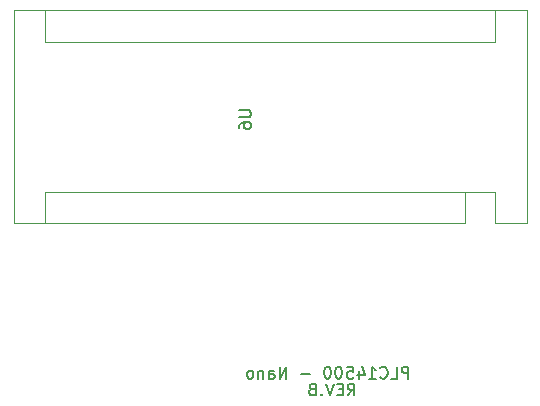
<source format=gbr>
%TF.GenerationSoftware,KiCad,Pcbnew,(5.1.9)-1*%
%TF.CreationDate,2022-12-06T18:42:43+01:00*%
%TF.ProjectId,plc14500,706c6331-3435-4303-902e-6b696361645f,rev?*%
%TF.SameCoordinates,Original*%
%TF.FileFunction,Legend,Bot*%
%TF.FilePolarity,Positive*%
%FSLAX46Y46*%
G04 Gerber Fmt 4.6, Leading zero omitted, Abs format (unit mm)*
G04 Created by KiCad (PCBNEW (5.1.9)-1) date 2022-12-06 18:42:43*
%MOMM*%
%LPD*%
G01*
G04 APERTURE LIST*
%ADD10C,0.150000*%
%ADD11C,0.120000*%
G04 APERTURE END LIST*
D10*
X100029523Y-86532380D02*
X100362857Y-86056190D01*
X100600952Y-86532380D02*
X100600952Y-85532380D01*
X100220000Y-85532380D01*
X100124761Y-85580000D01*
X100077142Y-85627619D01*
X100029523Y-85722857D01*
X100029523Y-85865714D01*
X100077142Y-85960952D01*
X100124761Y-86008571D01*
X100220000Y-86056190D01*
X100600952Y-86056190D01*
X99600952Y-86008571D02*
X99267619Y-86008571D01*
X99124761Y-86532380D02*
X99600952Y-86532380D01*
X99600952Y-85532380D01*
X99124761Y-85532380D01*
X98839047Y-85532380D02*
X98505714Y-86532380D01*
X98172380Y-85532380D01*
X97839047Y-86437142D02*
X97791428Y-86484761D01*
X97839047Y-86532380D01*
X97886666Y-86484761D01*
X97839047Y-86437142D01*
X97839047Y-86532380D01*
X97029523Y-86008571D02*
X96886666Y-86056190D01*
X96839047Y-86103809D01*
X96791428Y-86199047D01*
X96791428Y-86341904D01*
X96839047Y-86437142D01*
X96886666Y-86484761D01*
X96981904Y-86532380D01*
X97362857Y-86532380D01*
X97362857Y-85532380D01*
X97029523Y-85532380D01*
X96934285Y-85580000D01*
X96886666Y-85627619D01*
X96839047Y-85722857D01*
X96839047Y-85818095D01*
X96886666Y-85913333D01*
X96934285Y-85960952D01*
X97029523Y-86008571D01*
X97362857Y-86008571D01*
X105179523Y-85102380D02*
X105179523Y-84102380D01*
X104798571Y-84102380D01*
X104703333Y-84150000D01*
X104655714Y-84197619D01*
X104608095Y-84292857D01*
X104608095Y-84435714D01*
X104655714Y-84530952D01*
X104703333Y-84578571D01*
X104798571Y-84626190D01*
X105179523Y-84626190D01*
X103703333Y-85102380D02*
X104179523Y-85102380D01*
X104179523Y-84102380D01*
X102798571Y-85007142D02*
X102846190Y-85054761D01*
X102989047Y-85102380D01*
X103084285Y-85102380D01*
X103227142Y-85054761D01*
X103322380Y-84959523D01*
X103370000Y-84864285D01*
X103417619Y-84673809D01*
X103417619Y-84530952D01*
X103370000Y-84340476D01*
X103322380Y-84245238D01*
X103227142Y-84150000D01*
X103084285Y-84102380D01*
X102989047Y-84102380D01*
X102846190Y-84150000D01*
X102798571Y-84197619D01*
X101846190Y-85102380D02*
X102417619Y-85102380D01*
X102131904Y-85102380D02*
X102131904Y-84102380D01*
X102227142Y-84245238D01*
X102322380Y-84340476D01*
X102417619Y-84388095D01*
X100989047Y-84435714D02*
X100989047Y-85102380D01*
X101227142Y-84054761D02*
X101465238Y-84769047D01*
X100846190Y-84769047D01*
X99989047Y-84102380D02*
X100465238Y-84102380D01*
X100512857Y-84578571D01*
X100465238Y-84530952D01*
X100370000Y-84483333D01*
X100131904Y-84483333D01*
X100036666Y-84530952D01*
X99989047Y-84578571D01*
X99941428Y-84673809D01*
X99941428Y-84911904D01*
X99989047Y-85007142D01*
X100036666Y-85054761D01*
X100131904Y-85102380D01*
X100370000Y-85102380D01*
X100465238Y-85054761D01*
X100512857Y-85007142D01*
X99322380Y-84102380D02*
X99227142Y-84102380D01*
X99131904Y-84150000D01*
X99084285Y-84197619D01*
X99036666Y-84292857D01*
X98989047Y-84483333D01*
X98989047Y-84721428D01*
X99036666Y-84911904D01*
X99084285Y-85007142D01*
X99131904Y-85054761D01*
X99227142Y-85102380D01*
X99322380Y-85102380D01*
X99417619Y-85054761D01*
X99465238Y-85007142D01*
X99512857Y-84911904D01*
X99560476Y-84721428D01*
X99560476Y-84483333D01*
X99512857Y-84292857D01*
X99465238Y-84197619D01*
X99417619Y-84150000D01*
X99322380Y-84102380D01*
X98370000Y-84102380D02*
X98274761Y-84102380D01*
X98179523Y-84150000D01*
X98131904Y-84197619D01*
X98084285Y-84292857D01*
X98036666Y-84483333D01*
X98036666Y-84721428D01*
X98084285Y-84911904D01*
X98131904Y-85007142D01*
X98179523Y-85054761D01*
X98274761Y-85102380D01*
X98370000Y-85102380D01*
X98465238Y-85054761D01*
X98512857Y-85007142D01*
X98560476Y-84911904D01*
X98608095Y-84721428D01*
X98608095Y-84483333D01*
X98560476Y-84292857D01*
X98512857Y-84197619D01*
X98465238Y-84150000D01*
X98370000Y-84102380D01*
X96846190Y-84721428D02*
X96084285Y-84721428D01*
X94846190Y-85102380D02*
X94846190Y-84102380D01*
X94274761Y-85102380D01*
X94274761Y-84102380D01*
X93370000Y-85102380D02*
X93370000Y-84578571D01*
X93417619Y-84483333D01*
X93512857Y-84435714D01*
X93703333Y-84435714D01*
X93798571Y-84483333D01*
X93370000Y-85054761D02*
X93465238Y-85102380D01*
X93703333Y-85102380D01*
X93798571Y-85054761D01*
X93846190Y-84959523D01*
X93846190Y-84864285D01*
X93798571Y-84769047D01*
X93703333Y-84721428D01*
X93465238Y-84721428D01*
X93370000Y-84673809D01*
X92893809Y-84435714D02*
X92893809Y-85102380D01*
X92893809Y-84530952D02*
X92846190Y-84483333D01*
X92750952Y-84435714D01*
X92608095Y-84435714D01*
X92512857Y-84483333D01*
X92465238Y-84578571D01*
X92465238Y-85102380D01*
X91846190Y-85102380D02*
X91941428Y-85054761D01*
X91989047Y-85007142D01*
X92036666Y-84911904D01*
X92036666Y-84626190D01*
X91989047Y-84530952D01*
X91941428Y-84483333D01*
X91846190Y-84435714D01*
X91703333Y-84435714D01*
X91608095Y-84483333D01*
X91560476Y-84530952D01*
X91512857Y-84626190D01*
X91512857Y-84911904D01*
X91560476Y-85007142D01*
X91608095Y-85054761D01*
X91703333Y-85102380D01*
X91846190Y-85102380D01*
D11*
%TO.C,U6*%
X115190000Y-53910000D02*
X115190000Y-71950000D01*
X71750000Y-53910000D02*
X115190000Y-53910000D01*
X71750000Y-71950000D02*
X71750000Y-53910000D01*
X74420000Y-69280000D02*
X74420000Y-71950000D01*
X109980000Y-69280000D02*
X74420000Y-69280000D01*
X109980000Y-69280000D02*
X109980000Y-71950000D01*
X74420000Y-56580000D02*
X74420000Y-53910000D01*
X112520000Y-56580000D02*
X74420000Y-56580000D01*
X112520000Y-56580000D02*
X112520000Y-53910000D01*
X115190000Y-71950000D02*
X112520000Y-71950000D01*
X109980000Y-71950000D02*
X71750000Y-71950000D01*
X112520000Y-69280000D02*
X112520000Y-71950000D01*
X109980000Y-69280000D02*
X112520000Y-69280000D01*
D10*
X90842380Y-62398095D02*
X91651904Y-62398095D01*
X91747142Y-62445714D01*
X91794761Y-62493333D01*
X91842380Y-62588571D01*
X91842380Y-62779047D01*
X91794761Y-62874285D01*
X91747142Y-62921904D01*
X91651904Y-62969523D01*
X90842380Y-62969523D01*
X90842380Y-63874285D02*
X90842380Y-63683809D01*
X90890000Y-63588571D01*
X90937619Y-63540952D01*
X91080476Y-63445714D01*
X91270952Y-63398095D01*
X91651904Y-63398095D01*
X91747142Y-63445714D01*
X91794761Y-63493333D01*
X91842380Y-63588571D01*
X91842380Y-63779047D01*
X91794761Y-63874285D01*
X91747142Y-63921904D01*
X91651904Y-63969523D01*
X91413809Y-63969523D01*
X91318571Y-63921904D01*
X91270952Y-63874285D01*
X91223333Y-63779047D01*
X91223333Y-63588571D01*
X91270952Y-63493333D01*
X91318571Y-63445714D01*
X91413809Y-63398095D01*
%TD*%
M02*

</source>
